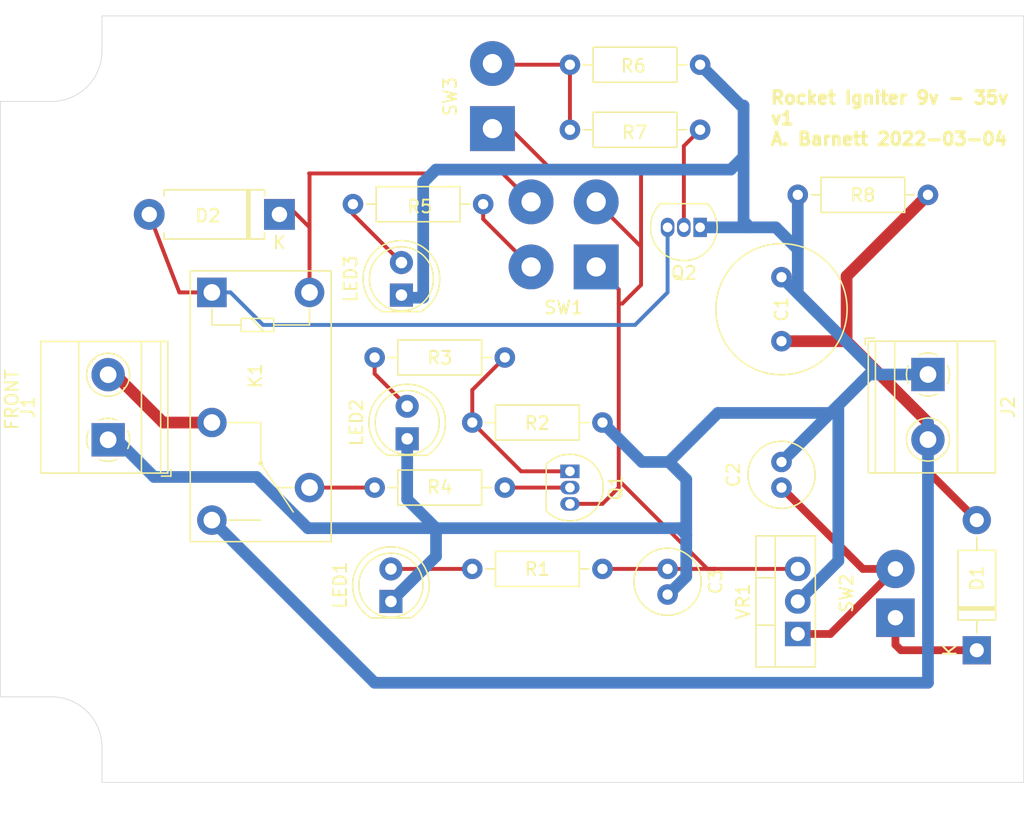
<source format=kicad_pcb>
(kicad_pcb (version 20211014) (generator pcbnew)
  (layers (0 "F.Cu" signal) (31 "B.Cu" signal) (34 "B.Paste" user) (35 "F.Paste" user) (36 "B.SilkS" user "B.Silkscreen") (37 "F.SilkS" user "F.Silkscreen") (38 "B.Mask" user) (39 "F.Mask" user) (44 "Edge.Cuts" user))
  (net 0 "")
  (net 1 "-BATT")
  (net 2 "+5V")
  (net 3 "Net-(D1-Pad1)")
  (net 4 "+BATT")
  (net 5 "Net-(D2-Pad1)")
  (net 6 "Net-(D2-Pad2)")
  (net 7 "Net-(J1-Pad2)")
  (net 8 "Net-(LED1-Pad2)")
  (net 9 "Net-(LED2-Pad2)")
  (net 10 "Net-(LED3-Pad2)")
  (net 11 "Net-(Q1-Pad2)")
  (net 12 "Net-(Q1-Pad1)")
  (net 13 "Net-(Q2-Pad2)")
  (net 14 "Net-(R5-Pad1)")
  (net 15 "Net-(R6-Pad2)")
  (net 16 "Net-(K1-Pad4)")
  (net 17 "Net-(C2-Pad1)")
  (footprint "Capacitor_THT:C_Radial_D5.0mm_H11.0mm_P2.00mm" (layer "F.Cu") (at 209.54746 87.73414 90)
    (fp_text reference "C2" (at 1 -3.75 90) (layer "F.SilkS"))
    (fp_text value "860010572002")
    (fp_circle (center 1 0) (end 3.62 0) (layer "F.SilkS") (width 0.12) (fill none))
    (pad "1" thru_hole circle locked (at 0 0 90) (size 1.6 1.6) (drill 0.8) (layers *.Cu *.Mask) (net 17 "Net-(C2-Pad1)"))
    (pad "2" thru_hole circle locked (at 2 0 90) (size 1.6 1.6) (drill 0.8) (layers *.Cu *.Mask) (net 1 "-BATT"))
  )
  (footprint "Capacitor_THT:C_Radial_D5.0mm_H11.0mm_P2.00mm" (layer "F.Cu") (at 200.65746 94.08414 -90)
    (fp_text reference "C3" (at 1 -3.75 90) (layer "F.SilkS"))
    (fp_text value "860010572002")
    (fp_circle (center 1 0) (end 3.62 0) (layer "F.SilkS") (width 0.12) (fill none))
    (pad "1" thru_hole circle locked (at 0 0 270) (size 1.6 1.6) (drill 0.8) (layers *.Cu *.Mask) (net 2 "+5V"))
    (pad "2" thru_hole circle locked (at 2 0 270) (size 1.6 1.6) (drill 0.8) (layers *.Cu *.Mask) (net 1 "-BATT"))
  )
  (footprint "Diode_THT:D_DO-41_SOD81_P10.16mm_Horizontal" (layer "F.Cu") (at 224.78746 100.43414 90)
    (fp_text reference "D1" (at 5.63 0 90) (layer "F.SilkS"))
    (fp_text value "1N5819-E3/54")
    (fp_text user "K" (at 0 -2.1 90) (layer "F.SilkS"))
    (fp_line (start 3.14 -1.47) (end 3.14 1.47) (layer "F.SilkS") (width 0.12))
    (fp_line (start 2.36 -1.47) (end 2.36 1.47) (layer "F.SilkS") (width 0.12))
    (fp_line (start 2.36 1.47) (end 7.8 1.47) (layer "F.SilkS") (width 0.12))
    (fp_line (start 3.26 -1.47) (end 3.26 1.47) (layer "F.SilkS") (width 0.12))
    (fp_line (start 7.8 1.47) (end 7.8 -1.47) (layer "F.SilkS") (width 0.12))
    (fp_line (start 8.82 0) (end 7.8 0) (layer "F.SilkS") (width 0.12))
    (fp_line (start 3.38 -1.47) (end 3.38 1.47) (layer "F.SilkS") (width 0.12))
    (fp_line (start 7.8 -1.47) (end 2.36 -1.47) (layer "F.SilkS") (width 0.12))
    (fp_line (start 1.34 0) (end 2.36 0) (layer "F.SilkS") (width 0.12))
    (pad "1" thru_hole rect locked (at 0 0 90) (size 2.2 2.2) (drill 1.1) (layers *.Cu *.Mask) (net 3 "Net-(D1-Pad1)"))
    (pad "2" thru_hole oval locked (at 10.16 0 90) (size 2.2 2.2) (drill 1.1) (layers *.Cu *.Mask) (net 4 "+BATT"))
  )
  (footprint "Diode_THT:D_DO-15_P10.16mm_Horizontal" (layer "F.Cu") (at 170.36746 66.40414 180)
    (fp_text reference "D2" (at 5.58 -0.1 180) (layer "F.SilkS"))
    (fp_text value "P6KE6.8CA")
    (fp_text user "K" (at 0 -2.2 180) (layer "F.SilkS"))
    (fp_line (start 9 1.92) (end 9 1.44) (layer "F.SilkS") (width 0.12))
    (fp_line (start 9 -1.92) (end 9 -1.44) (layer "F.SilkS") (width 0.12))
    (fp_line (start 1.16 1.44) (end 1.16 1.92) (layer "F.SilkS") (width 0.12))
    (fp_line (start 1.16 1.92) (end 9 1.92) (layer "F.SilkS") (width 0.12))
    (fp_line (start 2.42 -1.92) (end 2.42 1.92) (layer "F.SilkS") (width 0.12))
    (fp_line (start 1.16 -1.92) (end 9 -1.92) (layer "F.SilkS") (width 0.12))
    (fp_line (start 1.16 -1.44) (end 1.16 -1.92) (layer "F.SilkS") (width 0.12))
    (fp_line (start 2.3 -1.92) (end 2.3 1.92) (layer "F.SilkS") (width 0.12))
    (fp_line (start 2.54 -1.92) (end 2.54 1.92) (layer "F.SilkS") (width 0.12))
    (pad "1" thru_hole rect (at 0 0 180) (size 2.4 2.4) (drill 1.2) (layers *.Cu *.Mask) (net 5 "Net-(D2-Pad1)"))
    (pad "2" thru_hole oval (at 10.16 0 180) (size 2.4 2.4) (drill 1.2) (layers *.Cu *.Mask) (net 6 "Net-(D2-Pad2)"))
  )
  (footprint "TerminalBlock_Phoenix:TerminalBlock_Phoenix_MKDS-1,5-2-5.08_1x02_P5.08mm_Horizontal" (layer "F.Cu") (at 157 84 90)
    (fp_text reference "J1" (at 2.54 -6.26 90) (layer "F.SilkS"))
    (fp_text value "1711725")
    (fp_line (start -2.6 2.6) (end 7.68 2.6) (layer "F.SilkS") (width 0.12))
    (fp_line (start 4.046 1.239) (end 4.011 1.274) (layer "F.SilkS") (width 0.12))
    (fp_line (start -2.84 4.16) (end -2.84 4.9) (layer "F.SilkS") (width 0.12))
    (fp_line (start -2.6 -5.261) (end 7.68 -5.261) (layer "F.SilkS") (width 0.12))
    (fp_line (start 7.68 -5.261) (end 7.68 4.66) (layer "F.SilkS") (width 0.12))
    (fp_line (start 6.15 -1.275) (end 6.115 -1.239) (layer "F.SilkS") (width 0.12))
    (fp_line (start -2.6 4.1) (end 7.68 4.1) (layer "F.SilkS") (width 0.12))
    (fp_line (start 6.355 -1.069) (end 6.308 -1.023) (layer "F.SilkS") (width 0.12))
    (fp_line (start -2.6 -5.261) (end -2.6 4.66) (layer "F.SilkS") (width 0.12))
    (fp_line (start 3.853 1.023) (end 3.806 1.069) (layer "F.SilkS") (width 0.12))
    (fp_line (start -2.6 4.66) (end 7.68 4.66) (layer "F.SilkS") (width 0.12))
    (fp_line (start -2.84 4.9) (end -2.34 4.9) (layer "F.SilkS") (width 0.12))
    (fp_line (start -2.6 -2.301) (end 7.68 -2.301) (layer "F.SilkS") (width 0.12))
    (fp_arc (start 0.683318 1.534756) (mid 0.349292 1.643288) (end 0 1.68) (layer "F.SilkS") (width 0.12))
    (fp_arc (start -1.535427 0.683042) (mid -1.680501 -0.000524) (end -1.535 -0.684) (layer "F.SilkS") (width 0.12))
    (fp_arc (start 0.028805 1.680253) (mid -0.335551 1.646659) (end -0.684 1.535) (layer "F.SilkS") (width 0.12))
    (fp_arc (start 1.535427 -0.683042) (mid 1.680501 0.000524) (end 1.535 0.684) (layer "F.SilkS") (width 0.12))
    (fp_arc (start -0.683042 -1.535427) (mid 0.000524 -1.680501) (end 0.684 -1.535) (layer "F.SilkS") (width 0.12))
    (fp_circle (center 5.08 0) (end 6.76 0) (layer "F.SilkS") (width 0.12) (fill none))
    (pad "1" thru_hole rect locked (at 0 0 90) (size 2.6 2.6) (drill 1.3) (layers *.Cu *.Mask) (net 1 "-BATT"))
    (pad "2" thru_hole circle locked (at 5.08 0 90) (size 2.6 2.6) (drill 1.3) (layers *.Cu *.Mask) (net 7 "Net-(J1-Pad2)"))
  )
  (footprint "Relay_THT:Relay_SPDT_Omron-G5Q-1" (layer "F.Cu") (at 165.09746 72.49414 -90)
    (fp_text reference "K1" (at 6.51 -3.39 -90) (layer "F.SilkS"))
    (fp_text value "G5Q-1 DC5")
    (fp_line (start -1.68 1.69) (end 19.46 1.69) (layer "F.SilkS") (width 0.12))
    (fp_line (start 2.54 -4.83) (end 3.05 -4.83) (layer "F.SilkS") (width 0.12))
    (fp_line (start 2.03 -3.05) (end 3.05 -4.06) (layer "F.SilkS") (width 0.12))
    (fp_line (start 2.03 -2.29) (end 2.03 -4.83) (layer "F.SilkS") (width 0.12))
    (fp_line (start 2.54 -7.62) (end 1.27 -7.62) (layer "F.SilkS") (width 0.12))
    (fp_line (start 2.54 -2.29) (end 2.03 -2.29) (layer "F.SilkS") (width 0.12))
    (fp_line (start -1.68 1.69) (end -1.68 -9.31) (layer "F.SilkS") (width 0.12))
    (fp_line (start 3.05 -4.83) (end 3.05 -2.29) (layer "F.SilkS") (width 0.12))
    (fp_line (start 10.16 -1.27) (end 10.16 -3.81) (layer "F.SilkS") (width 0.12))
    (fp_line (start 10.16 -3.81) (end 13.335 -3.81) (layer "F.SilkS") (width 0.12))
    (fp_line (start 1.27 0) (end 2.54 0) (layer "F.SilkS") (width 0.12))
    (fp_line (start -1.68 -9.31) (end 19.46 -9.31) (layer "F.SilkS") (width 0.12))
    (fp_line (start 19.46 1.69) (end 19.46 -9.31) (layer "F.SilkS") (width 0.12))
    (fp_line (start 17.78 -1.27) (end 17.78 -3.81) (layer "F.SilkS") (width 0.12))
    (fp_line (start 13.335 -3.81) (end 17.145 -6.35) (layer "F.SilkS") (width 0.12))
    (fp_line (start 2.54 0) (end 2.54 -2.29) (layer "F.SilkS") (width 0.12))
    (fp_line (start 2.54 -4.83) (end 2.54 -7.62) (layer "F.SilkS") (width 0.12))
    (fp_line (start 3.05 -2.29) (end 2.54 -2.29) (layer "F.SilkS") (width 0.12))
    (fp_line (start 15.24 -6.35) (end 15.24 -5.08) (layer "F.SilkS") (width 0.12))
    (fp_line (start 2.03 -4.83) (end 2.54 -4.83) (layer "F.SilkS") (width 0.12))
    (fp_circle (center 13.335 -3.81) (end 13.462 -3.81) (layer "F.SilkS") (width 0.12) (fill none))
    (pad "1" thru_hole rect locked (at 0 0 90) (size 2.3 2.3) (drill 1.3) (layers *.Cu *.Mask) (net 6 "Net-(D2-Pad2)"))
    (pad "2" thru_hole circle locked (at 10.16 0 90) (size 2.3 2.3) (drill 1.3) (layers *.Cu *.Mask) (net 7 "Net-(J1-Pad2)"))
    (pad "3" thru_hole circle locked (at 17.78 0 90) (size 2.3 2.3) (drill 1.3) (layers *.Cu *.Mask) (net 4 "+BATT"))
    (pad "4" thru_hole circle locked (at 15.24 -7.62 90) (size 2.3 2.3) (drill 1.3) (layers *.Cu *.Mask) (net 16 "Net-(K1-Pad4)"))
    (pad "5" thru_hole circle locked (at 0 -7.62 90) (size 2.3 2.3) (drill 1.3) (layers *.Cu *.Mask) (net 5 "Net-(D2-Pad1)"))
  )
  (footprint "LED_THT:LED_D5.0mm" (layer "F.Cu") (at 179.06746 96.62414 90)
    (fp_text reference "LED1" (at 1.27 -3.96 90) (layer "F.SilkS"))
    (fp_text value "Pwr_LED")
    (fp_line (start -1.29 -1.545) (end -1.29 1.545) (layer "F.SilkS") (width 0.12))
    (fp_arc (start -1.29 -1.54483) (mid 2.072002 -2.880433) (end 4.26 0.000462) (layer "F.SilkS") (width 0.12))
    (fp_arc (start 4.26 -0.000462) (mid 2.072002 2.880433) (end -1.29 1.54483) (layer "F.SilkS") (width 0.12))
    (fp_circle (center 1.27 0) (end 3.77 0) (layer "F.SilkS") (width 0.12) (fill none))
    (pad "1" thru_hole rect locked (at 0 0 90) (size 1.8 1.8) (drill 0.9) (layers *.Cu *.Mask) (net 1 "-BATT"))
    (pad "2" thru_hole circle locked (at 2.54 0 90) (size 1.8 1.8) (drill 0.9) (layers *.Cu *.Mask) (net 8 "Net-(LED1-Pad2)"))
  )
  (footprint "LED_THT:LED_D5.0mm" (layer "F.Cu") (at 180.33746 83.92414 90)
    (fp_text reference "LED2" (at 1.27 -3.96 90) (layer "F.SilkS"))
    (fp_text value "Cont_LED")
    (fp_line (start -1.29 -1.545) (end -1.29 1.545) (layer "F.SilkS") (width 0.12))
    (fp_arc (start -1.29 -1.54483) (mid 2.072002 -2.880433) (end 4.26 0.000462) (layer "F.SilkS") (width 0.12))
    (fp_arc (start 4.26 -0.000462) (mid 2.072002 2.880433) (end -1.29 1.54483) (layer "F.SilkS") (width 0.12))
    (fp_circle (center 1.27 0) (end 3.77 0) (layer "F.SilkS") (width 0.12) (fill none))
    (pad "1" thru_hole rect locked (at 0 0 90) (size 1.8 1.8) (drill 0.9) (layers *.Cu *.Mask) (net 1 "-BATT"))
    (pad "2" thru_hole circle locked (at 2.54 0 90) (size 1.8 1.8) (drill 0.9) (layers *.Cu *.Mask) (net 9 "Net-(LED2-Pad2)"))
  )
  (footprint "LED_THT:LED_D5.0mm" (layer "F.Cu") (at 179.88746 72.70414 90)
    (fp_text reference "LED3" (at 1.27 -3.96 90) (layer "F.SilkS"))
    (fp_text value "Armed_LED")
    (fp_line (start -1.29 -1.545) (end -1.29 1.545) (layer "F.SilkS") (width 0.12))
    (fp_arc (start 4.26 -0.000462) (mid 2.072002 2.880433) (end -1.29 1.54483) (layer "F.SilkS") (width 0.12))
    (fp_arc (start -1.29 -1.54483) (mid 2.072002 -2.880433) (end 4.26 0.000462) (layer "F.SilkS") (width 0.12))
    (fp_circle (center 1.27 0) (end 3.77 0) (layer "F.SilkS") (width 0.12) (fill none))
    (pad "1" thru_hole rect locked (at 0 0 90) (size 1.8 1.8) (drill 0.9) (layers *.Cu *.Mask) (net 1 "-BATT"))
    (pad "2" thru_hole circle locked (at 2.54 0 90) (size 1.8 1.8) (drill 0.9) (layers *.Cu *.Mask) (net 10 "Net-(LED3-Pad2)"))
  )
  (footprint "Package_TO_SOT_THT:TO-92_Inline" (layer "F.Cu") (at 193.03746 86.46414 -90)
    (fp_text reference "Q1" (at 1.27 -3.56 90) (layer "F.SilkS"))
    (fp_text value "BC327")
    (fp_line (start -0.53 1.85) (end 3.07 1.85) (layer "F.SilkS") (width 0.12))
    (fp_arc (start 1.27 -2.6) (mid 3.672087 -0.994977) (end 3.108478 1.838478) (layer "F.SilkS") (width 0.12))
    (fp_arc (start -0.568478 1.838478) (mid -1.132087 -0.994977) (end 1.27 -2.6) (layer "F.SilkS") (width 0.12))
    (pad "1" thru_hole rect locked (at 0 0 270) (size 1.05 1.5) (drill 0.75) (layers *.Cu *.Mask) (net 12 "Net-(Q1-Pad1)"))
    (pad "2" thru_hole oval locked (at 1.27 0 270) (size 1.05 1.5) (drill 0.75) (layers *.Cu *.Mask) (net 11 "Net-(Q1-Pad2)"))
    (pad "3" thru_hole oval locked (at 2.54 0 270) (size 1.05 1.5) (drill 0.75) (layers *.Cu *.Mask) (net 2 "+5V"))
  )
  (footprint "Package_TO_SOT_THT:TO-92_Inline" (layer "F.Cu") (at 203.19746 67.41414 180)
    (fp_text reference "Q2" (at 1.27 -3.56) (layer "F.SilkS"))
    (fp_text value "PN2222ABU")
    (fp_line (start -0.53 1.85) (end 3.07 1.85) (layer "F.SilkS") (width 0.12))
    (fp_arc (start -0.568478 1.838478) (mid -1.132087 -0.994977) (end 1.27 -2.6) (layer "F.SilkS") (width 0.12))
    (fp_arc (start 1.27 -2.6) (mid 3.672087 -0.994977) (end 3.108478 1.838478) (layer "F.SilkS") (width 0.12))
    (pad "1" thru_hole rect locked (at 0 0 180) (size 1.05 1.5) (drill 0.75) (layers *.Cu *.Mask) (net 1 "-BATT"))
    (pad "2" thru_hole oval locked (at 1.27 0 180) (size 1.05 1.5) (drill 0.75) (layers *.Cu *.Mask) (net 13 "Net-(Q2-Pad2)"))
    (pad "3" thru_hole oval locked (at 2.54 0 180) (size 1.05 1.5) (drill 0.75) (layers *.Cu *.Mask) (net 6 "Net-(D2-Pad2)"))
  )
  (footprint "Resistor_THT:R_Axial_DIN0207_L6.3mm_D2.5mm_P10.16mm_Horizontal" (layer "F.Cu") (at 195.57746 94.08414 180)
    (fp_text reference "R1" (at 5.09 -0.02) (layer "F.SilkS"))
    (fp_text value "220")
    (fp_line (start 8.35 -1.37) (end 1.81 -1.37) (layer "F.SilkS") (width 0.12))
    (fp_line (start 1.81 -1.37) (end 1.81 1.37) (layer "F.SilkS") (width 0.12))
    (fp_line (start 8.35 1.37) (end 8.35 -1.37) (layer "F.SilkS") (width 0.12))
    (fp_line (start 1.81 1.37) (end 8.35 1.37) (layer "F.SilkS") (width 0.12))
    (fp_line (start 1.04 0) (end 1.81 0) (layer "F.SilkS") (width 0.12))
    (fp_line (start 9.12 0) (end 8.35 0) (layer "F.SilkS") (width 0.12))
    (pad "1" thru_hole circle locked (at 0 0 180) (size 1.6 1.6) (drill 0.8) (layers *.Cu *.Mask) (net 2 "+5V"))
    (pad "2" thru_hole oval locked (at 10.16 0 180) (size 1.6 1.6) (drill 0.8) (layers *.Cu *.Mask) (net 8 "Net-(LED1-Pad2)"))
  )
  (footprint "Resistor_THT:R_Axial_DIN0207_L6.3mm_D2.5mm_P10.16mm_Horizontal" (layer "F.Cu") (at 185.41746 82.65414)
    (fp_text reference "R2" (at 5.07 0.05) (layer "F.SilkS"))
    (fp_text value "33k")
    (fp_line (start 1.81 1.37) (end 8.35 1.37) (layer "F.SilkS") (width 0.12))
    (fp_line (start 8.35 -1.37) (end 1.81 -1.37) (layer "F.SilkS") (width 0.12))
    (fp_line (start 8.35 1.37) (end 8.35 -1.37) (layer "F.SilkS") (width 0.12))
    (fp_line (start 1.81 -1.37) (end 1.81 1.37) (layer "F.SilkS") (width 0.12))
    (fp_line (start 9.12 0) (end 8.35 0) (layer "F.SilkS") (width 0.12))
    (fp_line (start 1.04 0) (end 1.81 0) (layer "F.SilkS") (width 0.12))
    (pad "1" thru_hole circle locked (at 0 0) (size 1.6 1.6) (drill 0.8) (layers *.Cu *.Mask) (net 12 "Net-(Q1-Pad1)"))
    (pad "2" thru_hole oval locked (at 10.16 0) (size 1.6 1.6) (drill 0.8) (layers *.Cu *.Mask) (net 1 "-BATT"))
  )
  (footprint "Resistor_THT:R_Axial_DIN0207_L6.3mm_D2.5mm_P10.16mm_Horizontal" (layer "F.Cu") (at 187.95746 77.57414 180)
    (fp_text reference "R3" (at 5.07 -0.03) (layer "F.SilkS"))
    (fp_text value "220")
    (fp_line (start 1.81 -1.37) (end 1.81 1.37) (layer "F.SilkS") (width 0.12))
    (fp_line (start 9.12 0) (end 8.35 0) (layer "F.SilkS") (width 0.12))
    (fp_line (start 8.35 1.37) (end 8.35 -1.37) (layer "F.SilkS") (width 0.12))
    (fp_line (start 1.81 1.37) (end 8.35 1.37) (layer "F.SilkS") (width 0.12))
    (fp_line (start 8.35 -1.37) (end 1.81 -1.37) (layer "F.SilkS") (width 0.12))
    (fp_line (start 1.04 0) (end 1.81 0) (layer "F.SilkS") (width 0.12))
    (pad "1" thru_hole circle locked (at 0 0 180) (size 1.6 1.6) (drill 0.8) (layers *.Cu *.Mask) (net 12 "Net-(Q1-Pad1)"))
    (pad "2" thru_hole oval locked (at 10.16 0 180) (size 1.6 1.6) (drill 0.8) (layers *.Cu *.Mask) (net 9 "Net-(LED2-Pad2)"))
  )
  (footprint "Resistor_THT:R_Axial_DIN0207_L6.3mm_D2.5mm_P10.16mm_Horizontal" (layer "F.Cu") (at 177.79746 87.73414)
    (fp_text reference "R4" (at 5.08 -0.03) (layer "F.SilkS"))
    (fp_text value "33k")
    (fp_line (start 9.12 0) (end 8.35 0) (layer "F.SilkS") (width 0.12))
    (fp_line (start 1.04 0) (end 1.81 0) (layer "F.SilkS") (width 0.12))
    (fp_line (start 8.35 1.37) (end 8.35 -1.37) (layer "F.SilkS") (width 0.12))
    (fp_line (start 1.81 -1.37) (end 1.81 1.37) (layer "F.SilkS") (width 0.12))
    (fp_line (start 1.81 1.37) (end 8.35 1.37) (layer "F.SilkS") (width 0.12))
    (fp_line (start 8.35 -1.37) (end 1.81 -1.37) (layer "F.SilkS") (width 0.12))
    (pad "1" thru_hole circle locked (at 0 0) (size 1.6 1.6) (drill 0.8) (layers *.Cu *.Mask) (net 16 "Net-(K1-Pad4)"))
    (pad "2" thru_hole oval locked (at 10.16 0) (size 1.6 1.6) (drill 0.8) (layers *.Cu *.Mask) (net 11 "Net-(Q1-Pad2)"))
  )
  (footprint "Resistor_THT:R_Axial_DIN0207_L6.3mm_D2.5mm_P10.16mm_Horizontal" (layer "F.Cu") (at 186.26746 65.60414 180)
    (fp_text reference "R5" (at 4.94 -0.19) (layer "F.SilkS"))
    (fp_text value "220")
    (fp_line (start 9.12 0) (end 8.35 0) (layer "F.SilkS") (width 0.12))
    (fp_line (start 1.04 0) (end 1.81 0) (layer "F.SilkS") (width 0.12))
    (fp_line (start 8.35 -1.37) (end 1.81 -1.37) (layer "F.SilkS") (width 0.12))
    (fp_line (start 1.81 1.37) (end 8.35 1.37) (layer "F.SilkS") (width 0.12))
    (fp_line (start 1.81 -1.37) (end 1.81 1.37) (layer "F.SilkS") (width 0.12))
    (fp_line (start 8.35 1.37) (end 8.35 -1.37) (layer "F.SilkS") (width 0.12))
    (pad "1" thru_hole circle locked (at 0 0 180) (size 1.6 1.6) (drill 0.8) (layers *.Cu *.Mask) (net 14 "Net-(R5-Pad1)"))
    (pad "2" thru_hole oval locked (at 10.16 0 180) (size 1.6 1.6) (drill 0.8) (layers *.Cu *.Mask) (net 10 "Net-(LED3-Pad2)"))
  )
  (footprint "Resistor_THT:R_Axial_DIN0207_L6.3mm_D2.5mm_P10.16mm_Horizontal" (layer "F.Cu") (at 203.19746 54.71414 180)
    (fp_text reference "R6" (at 5.21 -0.09) (layer "F.SilkS"))
    (fp_text value "33k")
    (fp_line (start 9.12 0) (end 8.35 0) (layer "F.SilkS") (width 0.12))
    (fp_line (start 1.04 0) (end 1.81 0) (layer "F.SilkS") (width 0.12))
    (fp_line (start 8.35 1.37) (end 8.35 -1.37) (layer "F.SilkS") (width 0.12))
    (fp_line (start 1.81 1.37) (end 8.35 1.37) (layer "F.SilkS") (width 0.12))
    (fp_line (start 1.81 -1.37) (end 1.81 1.37) (layer "F.SilkS") (width 0.12))
    (fp_line (start 8.35 -1.37) (end 1.81 -1.37) (layer "F.SilkS") (width 0.12))
    (pad "1" thru_hole circle locked (at 0 0 180) (size 1.6 1.6) (drill 0.8) (layers *.Cu *.Mask) (net 1 "-BATT"))
    (pad "2" thru_hole oval locked (at 10.16 0 180) (size 1.6 1.6) (drill 0.8) (layers *.Cu *.Mask) (net 15 "Net-(R6-Pad2)"))
  )
  (footprint "Resistor_THT:R_Axial_DIN0207_L6.3mm_D2.5mm_P10.16mm_Horizontal" (layer "F.Cu") (at 203.19746 59.79414 180)
    (fp_text reference "R7" (at 5.11 -0.21) (layer "F.SilkS"))
    (fp_text value "1k")
    (fp_line (start 1.81 -1.37) (end 1.81 1.37) (layer "F.SilkS") (width 0.12))
    (fp_line (start 1.81 1.37) (end 8.35 1.37) (layer "F.SilkS") (width 0.12))
    (fp_line (start 8.35 -1.37) (end 1.81 -1.37) (layer "F.SilkS") (width 0.12))
    (fp_line (start 8.35 1.37) (end 8.35 -1.37) (layer "F.SilkS") (width 0.12))
    (fp_line (start 9.12 0) (end 8.35 0) (layer "F.SilkS") (width 0.12))
    (fp_line (start 1.04 0) (end 1.81 0) (layer "F.SilkS") (width 0.12))
    (pad "1" thru_hole circle locked (at 0 0 180) (size 1.6 1.6) (drill 0.8) (layers *.Cu *.Mask) (net 13 "Net-(Q2-Pad2)"))
    (pad "2" thru_hole oval locked (at 10.16 0 180) (size 1.6 1.6) (drill 0.8) (layers *.Cu *.Mask) (net 15 "Net-(R6-Pad2)"))
  )
  (footprint "Connector_Wire:SolderWirePad_2x02_P5.08mm_Drill1.5mm" (layer "F.Cu") (at 195.08746 70.50414 180)
    (fp_text reference "SW1" (at 2.54 -3.175) (layer "F.SilkS"))
    (fp_text value "Y201132C203NQ")
    (pad "1" thru_hole rect locked (at 0 0 180) (size 3.50012 3.50012) (drill 1.50114) (layers *.Cu *.Mask) (net 2 "+5V"))
    (pad "2" thru_hole circle locked (at 5.08 0 180) (size 3.50012 3.50012) (drill 1.50114) (layers *.Cu *.Mask) (net 14 "Net-(R5-Pad1)"))
    (pad "3" thru_hole circle locked (at 0 5.08 180) (size 3.50012 3.50012) (drill 1.50114) (layers *.Cu *.Mask) (net 2 "+5V"))
    (pad "4" thru_hole circle locked (at 5.08 5.08 180) (size 3.50012 3.50012) (drill 1.50114) (layers *.Cu *.Mask) (net 5 "Net-(D2-Pad1)"))
  )
  (footprint "Connector_Wire:SolderWirePad_1x02_P5.08mm_Drill1.5mm" (layer "F.Cu") (at 186.98746 59.70414 90)
    (fp_text reference "SW3" (at 2.5 -3.3 90) (layer "F.SilkS"))
    (fp_text value "RP3502ARED")
    (pad "1" thru_hole rect locked (at 0 0 90) (size 3.50012 3.50012) (drill 1.50114) (layers *.Cu *.Mask) (net 2 "+5V"))
    (pad "2" thru_hole circle locked (at 5.08 0 90) (size 3.50012 3.50012) (drill 1.50114) (layers *.Cu *.Mask) (net 15 "Net-(R6-Pad2)"))
  )
  (footprint "Package_TO_SOT_THT:TO-220-3_Vertical" (layer "F.Cu") (at 210.81746 99.16414 90)
    (fp_text reference "VR1" (at 2.54 -4.27 90) (layer "F.SilkS"))
    (fp_text value "AS7805AT-E1")
    (fp_line (start 4.391 -3.27) (end 4.391 -1.76) (layer "F.SilkS") (width 0.12))
    (fp_line (start 7.66 -3.27) (end 7.66 1.371) (layer "F.SilkS") (width 0.12))
    (fp_line (start -2.58 1.371) (end 7.66 1.371) (layer "F.SilkS") (width 0.12))
    (fp_line (start -2.58 -1.76) (end 7.66 -1.76) (layer "F.SilkS") (width 0.12))
    (fp_line (start -2.58 -3.27) (end 7.66 -3.27) (layer "F.SilkS") (width 0.12))
    (fp_line (start -2.58 -3.27) (end -2.58 1.371) (layer "F.SilkS") (width 0.12))
    (fp_line (start 0.69 -3.27) (end 0.69 -1.76) (layer "F.SilkS") (width 0.12))
    (pad "1" thru_hole rect locked (at 0 0 90) (size 1.905 2) (drill 1.1) (layers *.Cu *.Mask) (net 17 "Net-(C2-Pad1)"))
    (pad "2" thru_hole oval locked (at 2.54 0 90) (size 1.905 2) (drill 1.1) (layers *.Cu *.Mask) (net 1 "-BATT"))
    (pad "3" thru_hole oval locked (at 5.08 0 90) (size 1.905 2) (drill 1.1) (layers *.Cu *.Mask) (net 2 "+5V"))
  )
  (footprint "MountingHole:MountingHole_3mm" (layer "F.Cu") (at 160.50768 108.81614)
    (fp_text reference locked "REF**" hide)
    (fp_text value "MountingHole_3mm")
    (pad "" np_thru_hole circle locked (at 0 0) (size 3 3) (drill 3) (layers *.Cu *.Mask))
  )
  (footprint "MountingHole:MountingHole_3mm" (layer "F.Cu") (at 160.50768 52.93614)
    (fp_text reference "REF**" hide)
    (fp_text value "MountingHole_3mm")
    (pad "" np_thru_hole circle locked (at 0 0) (size 3 3) (drill 3) (layers *.Cu *.Mask))
  )
  (footprint "MountingHole:MountingHole_3mm" (layer "F.Cu") (at 208.13268 108.81614)
    (fp_text reference "REF**" hide)
    (fp_text value "MountingHole_3mm")
    (pad "" np_thru_hole circle locked (at 0 0) (size 3 3) (drill 3) (layers *.Cu *.Mask))
  )
  (footprint "MountingHole:MountingHole_3mm" (layer "F.Cu") (at 208.13268 52.93614)
    (fp_text reference "REF**" hide)
    (fp_text value "MountingHole_3mm")
    (pad "" np_thru_hole circle locked (at 0 0) (size 3 3) (drill 3) (layers *.Cu *.Mask))
  )
  (footprint "Connector_Wire:SolderWirePad_1x02_P3.81mm_Drill1.2mm" (layer "F.Cu") (at 218.43746 97.89414 90)
    (fp_text reference "SW2" (at 1.905 -3.81 90) (layer "F.SilkS"))
    (fp_text value "M2011S3S1W01")
    (pad "1" thru_hole rect locked (at 0 0 90) (size 2.99974 2.99974) (drill 1.19888) (layers *.Cu *.Mask) (net 3 "Net-(D1-Pad1)"))
    (pad "2" thru_hole circle locked (at 3.81 0 90) (size 2.99974 2.99974) (drill 1.19888) (layers *.Cu *.Mask) (net 17 "Net-(C2-Pad1)"))
  )
  (footprint "TerminalBlock_Phoenix:TerminalBlock_Phoenix_MKDS-1,5-2-5.08_1x02_P5.08mm_Horizontal" (layer "F.Cu") (at 220.97746 78.90414 -90)
    (fp_text reference "J2" (at 2.54 -6.26 90) (layer "F.SilkS"))
    (fp_text value "1711725")
    (fp_line (start -2.6 4.1) (end 7.68 4.1) (layer "F.SilkS") (width 0.12))
    (fp_line (start 3.853 1.023) (end 3.806 1.069) (layer "F.SilkS") (width 0.12))
    (fp_line (start 6.355 -1.069) (end 6.308 -1.023) (layer "F.SilkS") (width 0.12))
    (fp_line (start -2.6 2.6) (end 7.68 2.6) (layer "F.SilkS") (width 0.12))
    (fp_line (start -2.6 -5.261) (end 7.68 -5.261) (layer "F.SilkS") (width 0.12))
    (fp_line (start -2.6 -5.261) (end -2.6 4.66) (layer "F.SilkS") (width 0.12))
    (fp_line (start 6.15 -1.275) (end 6.115 -1.239) (layer "F.SilkS") (width 0.12))
    (fp_line (start -2.84 4.16) (end -2.84 4.9) (layer "F.SilkS") (width 0.12))
    (fp_line (start -2.84 4.9) (end -2.34 4.9) (layer "F.SilkS") (width 0.12))
    (fp_line (start 7.68 -5.261) (end 7.68 4.66) (layer "F.SilkS") (width 0.12))
    (fp_line (start -2.6 4.66) (end 7.68 4.66) (layer "F.SilkS") (width 0.12))
    (fp_line (start -2.6 -2.301) (end 7.68 -2.301) (layer "F.SilkS") (width 0.12))
    (fp_line (start 4.046 1.239) (end 4.011 1.274) (layer "F.SilkS") (width 0.12))
    (fp_arc (start 0.683318 1.534756) (mid 0.349292 1.643288) (end 0 1.68) (layer "F.SilkS") (width 0.12))
    (fp_arc (start 0.028805 1.680253) (mid -0.335551 1.646659) (end -0.684 1.535) (layer "F.SilkS") (width 0.12))
    (fp_arc (start 1.535427 -0.683042) (mid 1.680501 0.000524) (end 1.535 0.684) (layer "F.SilkS") (width 0.12))
    (fp_arc (start -0.683042 -1.535427) (mid 0.000524 -1.680501) (end 0.684 -1.535) (layer "F.SilkS") (width 0.12))
    (fp_arc (start -1.535427 0.683042) (mid -1.680501 -0.000524) (end -1.535 -0.684) (layer "F.SilkS") (width 0.12))
    (fp_circle (center 5.08 0) (end 6.76 0) (layer "F.SilkS") (width 0.12) (fill none))
    (pad "1" thru_hole rect locked (at 0 0 270) (size 2.6 2.6) (drill 1.3) (layers *.Cu *.Mask) (net 1 "-BATT"))
    (pad "2" thru_hole circle locked (at 5.08 0 270) (size 2.6 2.6) (drill 1.3) (layers *.Cu *.Mask) (net 4 "+BATT"))
  )
  (footprint "Capacitor_THT:C_Radial_D10.0mm_H16.0mm_P5.00mm" (layer "F.Cu") (at 209.54746 76.30414 90)
    (fp_text reference "C1" (at 2.5 0 90) (layer "F.SilkS"))
    (fp_text value "35PX680MEFC10X16")
    (fp_circle (center 2.5 0) (end 7.62 0) (layer "F.SilkS") (width 0.12) (fill none))
    (pad "1" thru_hole circle locked (at 0 0 90) (size 1.6 1.6) (drill 0.8) (layers *.Cu *.Mask) (net 4 "+BATT"))
    (pad "2" thru_hole circle locked (at 5 0 90) (size 1.6 1.6) (drill 0.8) (layers *.Cu *.Mask) (net 1 "-BATT"))
  )
  (footprint "Resistor_THT:R_Axial_DIN0207_L6.3mm_D2.5mm_P10.16mm_Horizontal" (layer "F.Cu") (at 210.81746 64.87414)
    (fp_text reference "R8" (at 5.08 0.03) (layer "F.SilkS"))
    (fp_text value "4.2k")
    (fp_line (start 1.81 -1.37) (end 1.81 1.37) (layer "F.SilkS") (width 0.12))
    (fp_line (start 8.35 1.37) (end 8.35 -1.37) (layer "F.SilkS") (width 0.12))
    (fp_line (start 8.35 -1.37) (end 1.81 -1.37) (layer "F.SilkS") (width 0.12))
    (fp_line (start 1.04 0) (end 1.81 0) (layer "F.SilkS") (width 0.12))
    (fp_line (start 1.81 1.37) (end 8.35 1.37) (layer "F.SilkS") (width 0.12))
    (fp_line (start 9.12 0) (end 8.35 0) (layer "F.SilkS") (width 0.12))
    (pad "1" thru_hole circle locked (at 0 0) (size 1.6 1.6) (drill 0.8) (layers *.Cu *.Mask) (net 1 "-BATT"))
    (pad "2" thru_hole oval locked (at 10.16 0) (size 1.6 1.6) (drill 0.8) (layers *.Cu *.Mask) (net 4 "+BATT"))
  )
  (gr_line (start 156.51988 50.90414) (end 228.45268 50.90414) (layer "Edge.Cuts") (width 0.05))
  (gr_arc (start 152.58288 104.07142) (mid 155.366759 105.224541) (end 156.51988 108.00842) (layer "Edge.Cuts") (width 0.05))
  (gr_line (start 156.51988 110.75162) (end 156.51988 108.00842) (layer "Edge.Cuts") (width 0.05))
  (gr_arc (start 156.51988 53.64734) (mid 155.366759 56.431219) (end 152.58288 57.58434) (layer "Edge.Cuts") (width 0.05))
  (gr_line (start 228.45268 50.90414) (end 228.45268 110.75162) (layer "Edge.Cuts") (width 0.05))
  (gr_line (start 148.58746 104.07142) (end 148.58746 57.58434) (layer "Edge.Cuts") (width 0.05))
  (gr_line (start 228.45268 110.75162) (end 156.51988 110.75162) (layer "Edge.Cuts") (width 0.05))
  (gr_line (start 148.58746 104.07142) (end 152.58288 104.07142) (layer "Edge.Cuts") (width 0.05))
  (gr_line (start 152.58288 57.58434) (end 148.58746 57.58434) (layer "Edge.Cuts") (width 0.05))
  (gr_line (start 156.51988 50.90414) (end 156.51988 53.64734) (layer "Edge.Cuts") (width 0.05))
  (gr_text "FRONT" (at 149.48662 80.87614 90) (layer "F.SilkS") (effects (font (size 1 1))))
  (gr_text "Rocket Igniter 9v - 35v\nv1\nA. Barnett 2022-03-04" (at 208.58746 58.90414) (layer "F.SilkS") (effects (font (size 1 1) (thickness 0.25)) (justify left)))
  (segment (start 182.58746 62.90414) (end 181.58746 63.90414) (width 0.9144) (layer "B.Cu") (net 1))
  (segment (start 206.58746 57.90414) (end 206.38746 57.90414) (width 0.9144) (layer "B.Cu") (net 1))
  (segment (start 216.37746 78.90414) (end 213.98246 81.29914) (width 0.9144) (layer "B.Cu") (net 1))
  (segment (start 201.58746 90.90414) (end 202.114171 91.430851) (width 0.9144) (layer "B.Cu") (net 1))
  (segment (start 182.58746 90.90414) (end 201.58746 90.90414) (width 0.9144) (layer "B.Cu") (net 1))
  (segment (start 168.58746 86.90414) (end 172.58746 90.90414) (width 0.9144) (layer "B.Cu") (net 1))
  (segment (start 172.58746 90.90414) (end 182.58746 90.90414) (width 0.9144) (layer "B.Cu") (net 1))
  (segment (start 217.14746 78.90414) (end 212.36746 74.12414) (width 0.9144) (layer "B.Cu") (net 1))
  (segment (start 212.36746 74.12414) (end 210.81746 72.57414) (width 0.9144) (layer "B.Cu") (net 1))
  (segment (start 202.114171 94.687531) (end 200.717562 96.08414) (width 0.9144) (layer "B.Cu") (net 1))
  (segment (start 179.06746 96.62414) (end 182.58746 93.10414) (width 0.9144) (layer "B.Cu") (net 1))
  (segment (start 207.07746 67.41414) (end 206.58746 66.92414) (width 0.9144) (layer "B.Cu") (net 1))
  (segment (start 210.81746 72.57414) (end 210.81746 69.13414) (width 0.9144) (layer "B.Cu") (net 1))
  (segment (start 198.65746 85.73414) (end 195.57746 82.65414) (width 0.9144) (layer "B.Cu") (net 1))
  (segment (start 220.97746 78.90414) (end 217.14746 78.90414) (width 0.9144) (layer "B.Cu") (net 1))
  (segment (start 160.58746 86.90414) (end 168.58746 86.90414) (width 0.9144) (layer "B.Cu") (net 1))
  (segment (start 212.36746 74.12414) (end 209.54746 71.30414) (width 0.9144) (layer "B.Cu") (net 1))
  (segment (start 213.37746 81.90414) (end 204.58746 81.90414) (width 0.9144) (layer "B.Cu") (net 1))
  (segment (start 213.98246 81.29914) (end 209.54746 85.73414) (width 0.9144) (layer "B.Cu") (net 1))
  (segment (start 202.114171 91.430851) (end 202.114171 94.687531) (width 0.9144) (layer "B.Cu") (net 1))
  (segment (start 180.33746 88.65414) (end 180.33746 83.92414) (width 0.9144) (layer "B.Cu") (net 1))
  (segment (start 206.38746 57.90414) (end 203.19746 54.71414) (width 0.9144) (layer "B.Cu") (net 1))
  (segment (start 202.114171 87.090851) (end 202.114171 91.430851) (width 0.9144) (layer "B.Cu") (net 1))
  (segment (start 181.58746 63.90414) (end 181.58746 72.90414) (width 0.9144) (layer "B.Cu") (net 1))
  (segment (start 205.58746 62.90414) (end 182.58746 62.90414) (width 0.9144) (layer "B.Cu") (net 1))
  (segment (start 157 84) (end 157.68332 84) (width 0.9144) (layer "B.Cu") (net 1))
  (segment (start 200.75746 85.73414) (end 198.65746 85.73414) (width 0.9144) (layer "B.Cu") (net 1))
  (segment (start 206.58746 66.92414) (end 206.58746 61.90414) (width 0.9144) (layer "B.Cu") (net 1))
  (segment (start 213.98246 93.45914) (end 210.81746 96.62414) (width 0.9144) (layer "B.Cu") (net 1))
  (segment (start 157.68332 84) (end 160.58746 86.90414) (width 0.9144) (layer "B.Cu") (net 1))
  (segment (start 182.58746 90.90414) (end 180.33746 88.65414) (width 0.9144) (layer "B.Cu") (net 1))
  (segment (start 213.98246 81.29914) (end 213.37746 81.90414) (width 0.9144) (layer "B.Cu") (net 1))
  (segment (start 182.58746 93.10414) (end 182.58746 90.90414) (width 0.9144) (layer "B.Cu") (net 1))
  (segment (start 217.14746 78.90414) (end 216.37746 78.90414) (width 0.9144) (layer "B.Cu") (net 1))
  (segment (start 210.81746 69.13414) (end 209.09746 67.41414) (width 0.9144) (layer "B.Cu") (net 1))
  (segment (start 200.717562 96.08414) (end 200.65746 96.08414) (width 0.9144) (layer "B.Cu") (net 1))
  (segment (start 207.07746 67.41414) (end 203.19746 67.41414) (width 0.9144) (layer "B.Cu") (net 1))
  (segment (start 181.58746 72.90414) (end 180.08746 72.90414) (width 0.9144) (layer "B.Cu") (net 1))
  (segment (start 204.58746 81.90414) (end 200.75746 85.73414) (width 0.9144) (layer "B.Cu") (net 1))
  (segment (start 206.58746 61.90414) (end 206.58746 57.90414) (width 0.9144) (layer "B.Cu") (net 1))
  (segment (start 210.81746 69.13414) (end 210.81746 64.87414) (width 0.9144) (layer "B.Cu") (net 1))
  (segment (start 209.09746 67.41414) (end 207.07746 67.41414) (width 0.9144) (layer "B.Cu") (net 1))
  (segment (start 206.58746 61.90414) (end 205.58746 62.90414) (width 0.9144) (layer "B.Cu") (net 1))
  (segment (start 200.75746 85.73414) (end 202.114171 87.090851) (width 0.9144) (layer "B.Cu") (net 1))
  (segment (start 213.98246 81.29914) (end 213.98246 93.45914) (width 0.9144) (layer "B.Cu") (net 1))
  (segment (start 180.08746 72.90414) (end 179.88746 72.70414) (width 0.9144) (layer "B.Cu") (net 1))
  (segment (start 198.58746 62.80414) (end 198.58746 68.92414) (width 0.3048) (layer "F.Cu") (net 2))
  (segment (start 204.40746 94.08414) (end 203.76746 94.08414) (width 0.3048) (layer "F.Cu") (net 2))
  (segment (start 196.84746 73.36414) (end 196.84746 72.26414) (width 0.3048) (layer "F.Cu") (net 2))
  (segment (start 191.48746 62.80414) (end 198.58746 62.80414) (width 0.3048) (layer "F.Cu") (net 2))
  (segment (start 196.84746 72.26414) (end 195.08746 70.50414) (width 0.3048) (layer "F.Cu") (net 2))
  (segment (start 198.58746 68.92414) (end 195.08746 65.42414) (width 0.3048) (layer "F.Cu") (net 2))
  (segment (start 196.84746 73.36414) (end 197.12746 73.36414) (width 0.3048) (layer "F.Cu") (net 2))
  (segment (start 193.26246 89.00414) (end 193.03746 89.00414) (width 0.3048) (layer "F.Cu") (net 2))
  (segment (start 196.84746 87.73414) (end 196.84746 87.16414) (width 0.3048) (layer "F.Cu") (net 2))
  (segment (start 188.38746 59.70414) (end 191.48746 62.80414) (width 0.3048) (layer "F.Cu") (net 2))
  (segment (start 204.40746 94.08414) (end 200.65746 94.08414) (width 0.3048) (layer "F.Cu") (net 2))
  (segment (start 196.84746 87.16414) (end 196.84746 73.36414) (width 0.3048) (layer "F.Cu") (net 2))
  (segment (start 195.57746 89.00414) (end 196.84746 87.73414) (width 0.3048) (layer "F.Cu") (net 2))
  (segment (start 186.98746 59.70414) (end 188.38746 59.70414) (width 0.3048) (layer "F.Cu") (net 2))
  (segment (start 197.12746 73.36414) (end 198.58746 71.90414) (width 0.3048) (layer "F.Cu") (net 2))
  (segment (start 210.81746 94.08414) (end 204.40746 94.08414) (width 0.3048) (layer "F.Cu") (net 2))
  (segment (start 198.58746 71.90414) (end 198.58746 68.92414) (width 0.3048) (layer "F.Cu") (net 2))
  (segment (start 193.26246 89.00414) (end 195.57746 89.00414) (width 0.3048) (layer "F.Cu") (net 2))
  (segment (start 200.65746 94.08414) (end 195.57746 94.08414) (width 0.3048) (layer "F.Cu") (net 2))
  (segment (start 203.76746 94.08414) (end 196.84746 87.16414) (width 0.3048) (layer "F.Cu") (net 2))
  (segment (start 218.43746 100.00361) (end 218.43746 97.89414) (width 0.6096) (layer "F.Cu") (net 3))
  (segment (start 218.86799 100.43414) (end 218.43746 100.00361) (width 0.6096) (layer "F.Cu") (net 3))
  (segment (start 224.78746 100.43414) (end 218.86799 100.43414) (width 0.6096) (layer "F.Cu") (net 3))
  (segment (start 214.62746 76.30414) (end 209.54746 76.30414) (width 0.9144) (layer "F.Cu") (net 4))
  (segment (start 220.97746 82.65414) (end 220.97746 86.46414) (width 0.6096) (layer "F.Cu") (net 4))
  (segment (start 214.62746 71.22414) (end 220.97746 64.87414) (width 0.9144) (layer "F.Cu") (net 4))
  (segment (start 214.62746 76.30414) (end 214.62746 71.22414) (width 0.9144) (layer "F.Cu") (net 4))
  (segment (start 220.97746 82.65414) (end 214.62746 76.30414) (width 0.9144) (layer "F.Cu") (net 4))
  (segment (start 220.97746 86.46414) (end 224.78746 90.27414) (width 0.6096) (layer "F.Cu") (net 4))
  (segment (start 220.97746 102.97414) (end 220.97746 82.65414) (width 0.9144) (layer "B.Cu") (net 4))
  (segment (start 165.09746 90.27414) (end 177.79746 102.97414) (width 0.9144) (layer "B.Cu") (net 4))
  (segment (start 177.79746 102.97414) (end 220.97746 102.97414) (width 0.9144) (layer "B.Cu") (net 4))
  (segment (start 172.71746 72.49414) (end 172.71746 67.41414) (width 0.3048) (layer "F.Cu") (net 5))
  (segment (start 172.71746 67.41414) (end 172.71746 63.23414) (width 0.3048) (layer "F.Cu") (net 5))
  (segment (start 187.78746 63.20414) (end 190.00746 65.42414) (width 0.3048) (layer "F.Cu") (net 5))
  (segment (start 172.68746 63.20414) (end 187.78746 63.20414) (width 0.3048) (layer "F.Cu") (net 5))
  (segment (start 172.71746 63.23414) (end 172.68746 63.20414) (width 0.3048) (layer "F.Cu") (net 5))
  (segment (start 172.71746 67.41414) (end 171.44746 66.14414) (width 0.3048) (layer "F.Cu") (net 5))
  (segment (start 162.55746 72.49414) (end 160.20746 66.40414) (width 0.3048) (layer "F.Cu") (net 6))
  (segment (start 165.09746 72.49414) (end 162.55746 72.49414) (width 0.3048) (layer "F.Cu") (net 6))
  (segment (start 169.09226 75.03414) (end 166.55226 72.49414) (width 0.3048) (layer "B.Cu") (net 6))
  (segment (start 200.65746 67.41414) (end 200.65746 72.49414) (width 0.3048) (layer "B.Cu") (net 6))
  (segment (start 166.55226 72.49414) (end 165.09746 72.49414) (width 0.3048) (layer "B.Cu") (net 6))
  (segment (start 198.11746 75.03414) (end 169.09226 75.03414) (width 0.3048) (layer "B.Cu") (net 6))
  (segment (start 200.65746 72.49414) (end 198.11746 75.03414) (width 0.3048) (layer "B.Cu") (net 6))
  (segment (start 165.09746 82.65414) (end 161.28746 82.65414) (width 0.9144) (layer "F.Cu") (net 7))
  (segment (start 161.28746 82.65414) (end 157.47746 78.84414) (width 0.9144) (layer "F.Cu") (net 7))
  (segment (start 185.41746 94.08414) (end 179.06746 94.08414) (width 0.3048) (layer "F.Cu") (net 8))
  (segment (start 177.79746 77.57414) (end 177.79746 78.84414) (width 0.3048) (layer "F.Cu") (net 9))
  (segment (start 177.79746 78.84414) (end 180.33746 81.38414) (width 0.3048) (layer "F.Cu") (net 9))
  (segment (start 176.10746 66.38414) (end 176.10746 65.60414) (width 0.3048) (layer "F.Cu") (net 10))
  (segment (start 179.88746 70.16414) (end 176.10746 66.38414) (width 0.3048) (layer "F.Cu") (net 10))
  (segment (start 193.03746 87.73414) (end 187.95746 87.73414) (width 0.3048) (layer "F.Cu") (net 11))
  (segment (start 185.41746 82.65414) (end 185.41746 80.11414) (width 0.3048) (layer "F.Cu") (net 12))
  (segment (start 193.03746 86.46414) (end 189.22746 86.46414) (width 0.3048) (layer "F.Cu") (net 12))
  (segment (start 189.22746 86.46414) (end 185.41746 82.65414) (width 0.3048) (layer "F.Cu") (net 12))
  (segment (start 185.41746 80.11414) (end 187.95746 77.57414) (width 0.3048) (layer "F.Cu") (net 12))
  (segment (start 201.92746 61.06414) (end 203.19746 59.79414) (width 0.3048) (layer "F.Cu") (net 13))
  (segment (start 201.92746 67.41414) (end 201.92746 61.06414) (width 0.3048) (layer "F.Cu") (net 13))
  (segment (start 186.26746 65.60414) (end 186.26746 66.76414) (width 0.3048) (layer "F.Cu") (net 14))
  (segment (start 186.26746 66.76414) (end 190.00746 70.50414) (width 0.3048) (layer "F.Cu") (net 14))
  (segment (start 193.03746 59.79414) (end 193.03746 54.71414) (width 0.3048) (layer "F.Cu") (net 15))
  (segment (start 187.07746 54.71414) (end 186.98746 54.62414) (width 0.3048) (layer "F.Cu") (net 15))
  (segment (start 193.03746 54.71414) (end 187.07746 54.71414) (width 0.3048) (layer "F.Cu") (net 15))
  (segment (start 177.79746 87.73414) (end 172.71746 87.73414) (width 0.3048) (layer "F.Cu") (net 16))
  (segment (start 213.35746 99.16414) (end 210.81746 99.16414) (width 0.6096) (layer "F.Cu") (net 17))
  (segment (start 218.43746 94.08414) (end 215.89746 94.08414) (width 0.6096) (layer "F.Cu") (net 17))
  (segment (start 215.89746 94.08414) (end 209.54746 87.73414) (width 0.6096) (layer "F.Cu") (net 17))
  (segment (start 218.43746 94.08414) (end 213.35746 99.16414) (width 0.6096) (layer "F.Cu") (net 17))
)
</source>
